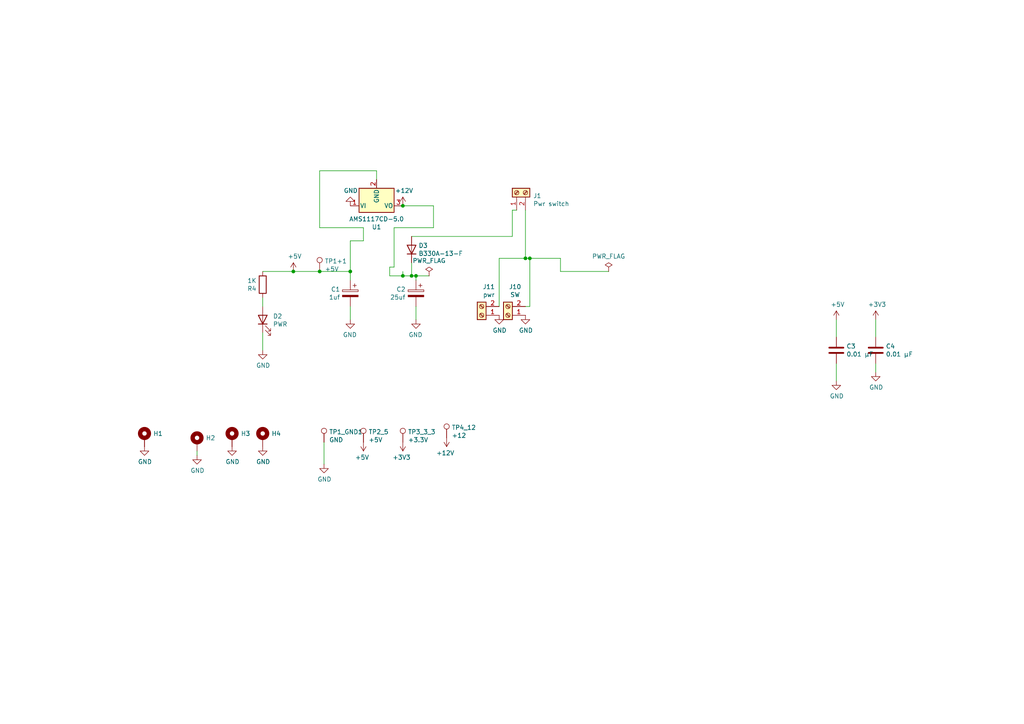
<source format=kicad_sch>
(kicad_sch (version 20230121) (generator eeschema)
  (paper "A4")
  (lib_symbols
    (symbol "CameraTriggerSensorNodeOnly-rescue:+3.3V-power" (power) (pin_names (offset 0))
      (property "Value" "+3.3V-power" (at 0 3.556 0))
      (symbol "+3.3V-power_0_1"
        (polyline (pts (xy -0.762 1.27) (xy 0 2.54)))
        (polyline (pts (xy 0 0) (xy 0 2.54)))
        (polyline (pts (xy 0 2.54) (xy 0.762 1.27)))
      )
      (symbol "+3.3V-power_1_1"
        (pin power_in line (at 0 0 90) (length 0) hide (name "+3V3") (number "1"))
      )
    )
    (symbol "CameraTriggerSensorNodeOnly-rescue:CP-Device" (pin_numbers hide) (pin_names (offset 0.254))
      (property "Reference" "C" (at 0.635 2.54 0))
      (property "Value" "Device_CP" (at 0.635 -2.54 0))
      (symbol "CP-Device_0_1"
        (rectangle (start -2.286 0.508) (end 2.286 1.016))
        (polyline (pts (xy -1.778 2.286) (xy -0.762 2.286)))
        (polyline (pts (xy -1.27 2.794) (xy -1.27 1.778)))
        (rectangle (start 2.286 -0.508) (end -2.286 -1.016) (fill (type outline)))
      )
      (symbol "CP-Device_1_1"
        (pin passive line (at 0 3.81 270) (length 2.794) (name "~") (number "1"))
        (pin passive line (at 0 -3.81 90) (length 2.794) (name "~") (number "2"))
      )
    )
    (symbol "Connector:Screw_Terminal_01x02" (pin_names (offset 1.016) hide)
      (property "Reference" "J" (at 0 2.54 0))
      (property "Value" "Screw_Terminal_01x02" (at 0 -5.08 0))
      (symbol "Screw_Terminal_01x02_1_1"
        (rectangle (start -1.27 1.27) (end 1.27 -3.81) (stroke (width 0.254)) (fill (type background)))
        (circle (center 0 -2.54) (radius 0.635) (stroke (width 0.1524)))
        (polyline (pts (xy -0.5334 -2.2098) (xy 0.3302 -3.048)) (stroke (width 0.1524)))
        (polyline (pts (xy -0.5334 0.3302) (xy 0.3302 -0.508)) (stroke (width 0.1524)))
        (polyline (pts (xy -0.3556 -2.032) (xy 0.508 -2.8702)) (stroke (width 0.1524)))
        (polyline (pts (xy -0.3556 0.508) (xy 0.508 -0.3302)) (stroke (width 0.1524)))
        (circle (center 0 0) (radius 0.635) (stroke (width 0.1524)))
        (pin passive line (at -5.08 0 0) (length 3.81) (name "Pin_1") (number "1"))
        (pin passive line (at -5.08 -2.54 0) (length 3.81) (name "Pin_2") (number "2"))
      )
    )
    (symbol "Connector:TestPoint" (pin_numbers hide) (pin_names (offset 0.762) hide)
      (property "Reference" "TP" (at 0 6.858 0))
      (property "Value" "TestPoint" (at 0 5.08 0))
      (symbol "TestPoint_0_1"
        (circle (center 0 3.302) (radius 0.762))
      )
      (symbol "TestPoint_1_1"
        (pin passive line (at 0 0 90) (length 2.54) (name "1") (number "1"))
      )
    )
    (symbol "Device:C" (pin_numbers hide) (pin_names (offset 0.254))
      (property "Reference" "C" (at 0.635 2.54 0))
      (property "Value" "C" (at 0.635 -2.54 0))
      (symbol "C_0_1"
        (polyline (pts (xy -2.032 -0.762) (xy 2.032 -0.762)) (stroke (width 0.508)))
        (polyline (pts (xy -2.032 0.762) (xy 2.032 0.762)) (stroke (width 0.508)))
      )
      (symbol "C_1_1"
        (pin passive line (at 0 3.81 270) (length 2.794) (name "~") (number "1"))
        (pin passive line (at 0 -3.81 90) (length 2.794) (name "~") (number "2"))
      )
    )
    (symbol "Device:D" (pin_numbers hide) (pin_names (offset 1.016) hide)
      (property "Reference" "D" (at 0 2.54 0))
      (property "Value" "D" (at 0 -2.54 0))
      (symbol "D_0_1"
        (polyline (pts (xy -1.27 1.27) (xy -1.27 -1.27)) (stroke (width 0.254)))
        (polyline (pts (xy 1.27 0) (xy -1.27 0)))
        (polyline (pts (xy 1.27 1.27) (xy 1.27 -1.27) (xy -1.27 0) (xy 1.27 1.27)) (stroke (width 0.254)))
      )
      (symbol "D_1_1"
        (pin passive line (at -3.81 0 0) (length 2.54) (name "K") (number "1"))
        (pin passive line (at 3.81 0 180) (length 2.54) (name "A") (number "2"))
      )
    )
    (symbol "Device:LED" (pin_numbers hide) (pin_names (offset 1.016) hide)
      (property "Reference" "D" (at 0 2.54 0))
      (property "Value" "LED" (at 0 -2.54 0))
      (symbol "LED_0_1"
        (polyline (pts (xy -1.27 -1.27) (xy -1.27 1.27)) (stroke (width 0.254)))
        (polyline (pts (xy -1.27 0) (xy 1.27 0)))
        (polyline (pts (xy 1.27 -1.27) (xy 1.27 1.27) (xy -1.27 0) (xy 1.27 -1.27)) (stroke (width 0.254)))
        (polyline (pts (xy -3.048 -0.762) (xy -4.572 -2.286) (xy -3.81 -2.286) (xy -4.572 -2.286) (xy -4.572 -1.524)))
        (polyline (pts (xy -1.778 -0.762) (xy -3.302 -2.286) (xy -2.54 -2.286) (xy -3.302 -2.286) (xy -3.302 -1.524)))
      )
      (symbol "LED_1_1"
        (pin passive line (at -3.81 0 0) (length 2.54) (name "K") (number "1"))
        (pin passive line (at 3.81 0 180) (length 2.54) (name "A") (number "2"))
      )
    )
    (symbol "Device:R" (pin_numbers hide) (pin_names (offset 0))
      (property "Reference" "R" (at 2.032 0 90))
      (property "Value" "R" (at 0 0 90))
      (symbol "R_0_1"
        (rectangle (start -1.016 -2.54) (end 1.016 2.54) (stroke (width 0.254)))
      )
      (symbol "R_1_1"
        (pin passive line (at 0 3.81 270) (length 1.27) (name "~") (number "1"))
        (pin passive line (at 0 -3.81 90) (length 1.27) (name "~") (number "2"))
      )
    )
    (symbol "Mechanical:MountingHole_Pad" (pin_numbers hide) (pin_names (offset 1.016) hide)
      (property "Reference" "H" (at 0 6.35 0))
      (property "Value" "MountingHole_Pad" (at 0 4.445 0))
      (symbol "MountingHole_Pad_0_1"
        (circle (center 0 1.27) (radius 1.27) (stroke (width 1.27)))
      )
      (symbol "MountingHole_Pad_1_1"
        (pin input line (at 0 -2.54 90) (length 2.54) (name "1") (number "1"))
      )
    )
    (symbol "Regulator_Linear:LM7805_TO220" (pin_names (offset 0.254))
      (property "Reference" "U" (at -3.81 3.175 0))
      (property "Value" "LM7805_TO220" (at 0 3.175 0))
      (symbol "LM7805_TO220_0_1"
        (rectangle (start -5.08 1.905) (end 5.08 -5.08) (stroke (width 0.254)) (fill (type background)))
      )
      (symbol "LM7805_TO220_1_1"
        (pin power_in line (at -7.62 0 0) (length 2.54) (name "VI") (number "1"))
        (pin power_in line (at 0 -7.62 90) (length 2.54) (name "GND") (number "2"))
        (pin power_out line (at 7.62 0 180) (length 2.54) (name "VO") (number "3"))
      )
    )
    (symbol "power:+12V" (power) (pin_names (offset 0))
      (property "Value" "+12V" (at 0 3.556 0))
      (symbol "+12V_0_1"
        (polyline (pts (xy -0.762 1.27) (xy 0 2.54)))
        (polyline (pts (xy 0 0) (xy 0 2.54)))
        (polyline (pts (xy 0 2.54) (xy 0.762 1.27)))
      )
      (symbol "+12V_1_1"
        (pin power_in line (at 0 0 90) (length 0) hide (name "+12V") (number "1"))
      )
    )
    (symbol "power:+5V" (power) (pin_names (offset 0))
      (property "Value" "+5V" (at 0 3.556 0))
      (symbol "+5V_0_1"
        (polyline (pts (xy -0.762 1.27) (xy 0 2.54)))
        (polyline (pts (xy 0 0) (xy 0 2.54)))
        (polyline (pts (xy 0 2.54) (xy 0.762 1.27)))
      )
      (symbol "+5V_1_1"
        (pin power_in line (at 0 0 90) (length 0) hide (name "+5V") (number "1"))
      )
    )
    (symbol "power:GND" (power) (pin_names (offset 0))
      (property "Value" "GND" (at 0 -3.81 0))
      (symbol "GND_0_1"
        (polyline (pts (xy 0 0) (xy 0 -1.27) (xy 1.27 -1.27) (xy 0 -2.54) (xy -1.27 -1.27) (xy 0 -1.27)))
      )
      (symbol "GND_1_1"
        (pin power_in line (at 0 0 270) (length 0) hide (name "GND") (number "1"))
      )
    )
    (symbol "power:PWR_FLAG" (power) (pin_numbers hide) (pin_names (offset 0) hide)
      (property "Value" "PWR_FLAG" (at 0 3.81 0))
      (symbol "PWR_FLAG_0_0"
        (pin power_out line (at 0 0 90) (length 0) (name "pwr") (number "1"))
      )
      (symbol "PWR_FLAG_0_1"
        (polyline (pts (xy 0 0) (xy 0 1.27) (xy -1.016 1.905) (xy 0 2.54) (xy 1.016 1.905) (xy 0 1.27)))
      )
    )
  )
  (junction (at 152.4 74.93))
  (junction (at 119.38 80.01))
  (junction (at 116.84 59.69))
  (junction (at 153.67 74.93))
  (junction (at 85.09 78.74))
  (junction (at 101.6 78.74))
  (junction (at 116.84 80.01))
  (junction (at 120.65 80.01))
  (junction (at 92.71 78.74))
  (wire (pts (xy 76.2 86.36) (xy 76.2 88.9)))
  (wire (pts (xy 114.3 66.04) (xy 125.73 66.04)))
  (wire (pts (xy 152.4 60.96) (xy 152.4 74.93)))
  (wire (pts (xy 114.3 66.04) (xy 114.3 77.47)))
  (wire (pts (xy 101.6 69.85) (xy 105.41 69.85)))
  (wire (pts (xy 85.09 78.74) (xy 92.71 78.74)))
  (wire (pts (xy 148.59 68.58) (xy 148.59 60.96)))
  (wire (pts (xy 119.38 68.58) (xy 148.59 68.58)))
  (wire (pts (xy 144.78 88.9) (xy 144.78 74.93)))
  (wire (pts (xy 101.6 78.74) (xy 101.6 69.85)))
  (wire (pts (xy 116.84 80.01) (xy 119.38 80.01)))
  (wire (pts (xy 92.71 49.53) (xy 109.22 49.53)))
  (wire (pts (xy 116.84 59.69) (xy 115.57 59.69)))
  (wire (pts (xy 153.67 74.93) (xy 153.67 88.9)))
  (wire (pts (xy 144.78 74.93) (xy 152.4 74.93)))
  (wire (pts (xy 120.65 80.01) (xy 119.38 80.01)))
  (wire (pts (xy 120.65 80.01) (xy 124.46 80.01)))
  (wire (pts (xy 105.41 69.85) (xy 105.41 66.04)))
  (wire (pts (xy 113.03 80.01) (xy 116.84 80.01)))
  (wire (pts (xy 113.03 77.47) (xy 113.03 80.01)))
  (wire (pts (xy 242.57 97.79) (xy 242.57 92.71)))
  (wire (pts (xy 109.22 49.53) (xy 109.22 52.07)))
  (wire (pts (xy 76.2 78.74) (xy 85.09 78.74)))
  (wire (pts (xy 76.2 96.52) (xy 76.2 101.6)))
  (wire (pts (xy 119.38 76.2) (xy 119.38 80.01)))
  (wire (pts (xy 92.71 66.04) (xy 92.71 49.53)))
  (wire (pts (xy 92.71 78.74) (xy 101.6 78.74)))
  (wire (pts (xy 93.98 134.62) (xy 93.98 128.27)))
  (wire (pts (xy 254 92.71) (xy 254 97.79)))
  (wire (pts (xy 57.15 130.81) (xy 57.15 132.08)))
  (wire (pts (xy 153.67 88.9) (xy 152.4 88.9)))
  (wire (pts (xy 120.65 88.9) (xy 120.65 92.71)))
  (wire (pts (xy 162.56 78.74) (xy 176.53 78.74)))
  (wire (pts (xy 125.73 66.04) (xy 125.73 59.69)))
  (wire (pts (xy 101.6 78.74) (xy 101.6 81.28)))
  (wire (pts (xy 101.6 88.9) (xy 101.6 92.71)))
  (wire (pts (xy 114.3 77.47) (xy 113.03 77.47)))
  (wire (pts (xy 120.65 80.01) (xy 120.65 81.28)))
  (wire (pts (xy 105.41 66.04) (xy 92.71 66.04)))
  (wire (pts (xy 148.59 60.96) (xy 149.86 60.96)))
  (wire (pts (xy 116.84 78.74) (xy 116.84 80.01)))
  (wire (pts (xy 125.73 59.69) (xy 116.84 59.69)))
  (wire (pts (xy 152.4 74.93) (xy 153.67 74.93)))
  (wire (pts (xy 162.56 74.93) (xy 162.56 78.74)))
  (wire (pts (xy 242.57 110.49) (xy 242.57 105.41)))
  (wire (pts (xy 153.67 74.93) (xy 162.56 74.93)))
  (wire (pts (xy 254 105.41) (xy 254 107.95)))
  (symbol (lib_id "power:GND") (at 120.65 92.71 0) (mirror y) (unit 1)
    (property "Reference" "#PWR017" (effects hide))
    (property "Value" "GND" (at 120.523 97.1042 0))
    (instances (project "CameraTriggerSensorNodeOnly" (path "" (reference "#PWR017") (unit 1)) (path "" (reference "#PWR?") (unit 1))))
  )
  (symbol (lib_id "power:GND") (at 101.6 92.71 0) (mirror y) (unit 1)
    (property "Reference" "#PWR014" (effects hide))
    (property "Value" "GND" (at 101.473 97.1042 0))
    (instances (project "CameraTriggerSensorNodeOnly" (path "" (reference "#PWR014") (unit 1)) (path "" (reference "#PWR?") (unit 1))))
  )
  (symbol (lib_id "CameraTriggerSensorNodeOnly-rescue:CP-Device") (at 101.6 85.09 0) (mirror y) (unit 1)
    (property "Reference" "C1" (at 98.679 83.9216 0) (effects (justify left)))
    (property "Value" "1uf" (at 98.679 86.233 0) (effects (justify left)))
    (property "Footprint" "Capacitor_SMD:CP_Elec_4x5.4" (effects hide))
    (property "LCSC" "C87863 " (effects hide))
    (instances (project "CameraTriggerSensorNodeOnly" (path "" (reference "C1") (unit 1)) (path "" (reference "C?") (unit 1))))
  )
  (symbol (lib_id "CameraTriggerSensorNodeOnly-rescue:CP-Device") (at 120.65 85.09 0) (mirror y) (unit 1)
    (property "Reference" "C2" (at 117.6528 83.9216 0) (effects (justify left)))
    (property "Value" "25uf" (at 117.6528 86.233 0) (effects (justify left)))
    (property "Footprint" "Capacitor_SMD:C_Elec_4x5.4" (effects hide))
    (property "LCSC" " C2895283 " (effects hide))
    (instances (project "CameraTriggerSensorNodeOnly" (path "" (reference "C2") (unit 1)) (path "" (reference "C?") (unit 1))))
  )
  (symbol (lib_id "power:GND") (at 101.6 59.69 0) (mirror x) (unit 1)
    (property "Reference" "#PWR016" (effects hide))
    (property "Value" "GND" (at 101.727 55.2958 0))
    (instances (project "CameraTriggerSensorNodeOnly" (path "" (reference "#PWR016") (unit 1)) (path "" (reference "#PWR?") (unit 1))))
  )
  (symbol (lib_id "Device:D") (at 119.38 72.39 90) (unit 1)
    (property "Reference" "D3" (at 121.3866 71.2216 90) (effects (justify right)))
    (property "Value" "B330A-13-F" (at 121.3866 73.533 90) (effects (justify right)))
    (property "Footprint" "Diode_SMD:D_SMA" (effects hide))
    (property "Datasheet" "https://www.mouser.com/ProductDetail/583-SR560-T" (effects hide))
    (property "LCSC" "C110485" (effects hide))
    (instances (project "CameraTriggerSensorNodeOnly" (path "" (reference "D3") (unit 1)) (path "" (reference "D?") (unit 1))))
  )
  (symbol (lib_id "Device:LED") (at 76.2 92.71 90) (unit 1)
    (property "Reference" "D2" (at 79.1718 91.7194 90) (effects (justify right)))
    (property "Value" "PWR" (at 79.1718 94.0308 90) (effects (justify right)))
    (property "Footprint" "LED_SMD:LED_0603_1608Metric" (effects hide))
    (property "LCSC" "C2286" (effects hide))
    (property "Alt" " C389517 " (effects hide))
    (property "ALT" " C146215 " (effects hide))
    (instances (project "CameraTriggerSensorNodeOnly" (path "" (reference "D2") (unit 1)) (path "" (reference "D?") (unit 1))))
  )
  (symbol (lib_id "power:GND") (at 76.2 101.6 0) (unit 1)
    (property "Reference" "#PWR010" (effects hide))
    (property "Value" "GND" (at 76.327 105.9942 0))
    (instances (project "CameraTriggerSensorNodeOnly" (path "" (reference "#PWR010") (unit 1)) (path "" (reference "#PWR?") (unit 1))))
  )
  (symbol (lib_id "power:+5V") (at 85.09 78.74 0) (unit 1)
    (property "Reference" "#PWR012" (effects hide))
    (property "Value" "+5V" (at 85.471 74.3458 0))
    (instances (project "CameraTriggerSensorNodeOnly" (path "" (reference "#PWR012") (unit 1)) (path "" (reference "#PWR?") (unit 1))))
  )
  (symbol (lib_id "Regulator_Linear:LM7805_TO220") (at 109.22 59.69 0) (mirror x) (unit 1)
    (property "Reference" "U1" (at 109.22 65.8368 0))
    (property "Value" "AMS1117CD-5.0" (at 109.22 63.5254 0))
    (property "Footprint" "Package_TO_SOT_SMD:SOT-223" (effects hide))
    (property "Datasheet" "http://www.fairchildsemi.com/ds/LM/LM7805.pdf" (effects hide))
    (property "LCSC" "C6187" (effects hide))
    (instances (project "CameraTriggerSensorNodeOnly" (path "" (reference "U1") (unit 1)) (path "" (reference "U?") (unit 1))))
  )
  (symbol (lib_id "Connector:TestPoint") (at 92.71 78.74 0) (unit 1)
    (property "Reference" "TP1+1" (at 94.1832 75.7428 0) (effects (justify left)))
    (property "Value" "+5V" (at 94.1832 78.0542 0) (effects (justify left)))
    (property "Footprint" "TestPoint:TestPoint_Keystone_5010-5014_Multipurpose" (effects hide))
    (instances (project "CameraTriggerSensorNodeOnly" (path "" (reference "TP1+1") (unit 1)) (path "" (reference "TP1+?") (unit 1))))
  )
  (symbol (lib_id "power:PWR_FLAG") (at 176.53 78.74 0) (unit 1)
    (property "Reference" "#FLG03" (effects hide))
    (property "Value" "PWR_FLAG" (at 176.53 74.3458 0))
    (instances (project "CameraTriggerSensorNodeOnly" (path "" (reference "#FLG03") (unit 1)) (path "" (reference "#FLG?") (unit 1))))
  )
  (symbol (lib_id "power:PWR_FLAG") (at 124.46 80.01 0) (unit 1)
    (property "Reference" "#FLG02" (effects hide))
    (property "Value" "PWR_FLAG" (at 124.46 75.6158 0))
    (instances (project "CameraTriggerSensorNodeOnly" (path "" (reference "#FLG02") (unit 1)) (path "" (reference "#FLG?") (unit 1))))
  )
  (symbol (lib_id "Device:R") (at 76.2 82.55 180) (unit 1)
    (property "Reference" "R4" (at 74.422 83.7184 0) (effects (justify left)))
    (property "Value" "1K" (at 74.422 81.407 0) (effects (justify left)))
    (property "Footprint" "Resistor_SMD:R_0603_1608Metric" (effects hide))
    (property "LCSC" "C21190" (effects hide))
    (instances (project "CameraTriggerSensorNodeOnly" (path "" (reference "R4") (unit 1)) (path "" (reference "R?") (unit 1))))
  )
  (symbol (lib_id "Device:C") (at 242.57 101.6 0) (unit 1)
    (property "Reference" "C3" (at 245.491 100.4316 0) (effects (justify left)))
    (property "Value" "0.01 μF" (at 245.491 102.743 0) (effects (justify left)))
    (property "Footprint" "Capacitor_SMD:C_0402_1005Metric" (effects hide))
    (property "LCSC" "C1525" (effects hide))
    (instances (project "CameraTriggerSensorNodeOnly" (path "" (reference "C3") (unit 1)) (path "" (reference "C?") (unit 1))))
  )
  (symbol (lib_id "power:GND") (at 254 107.95 0) (unit 1)
    (property "Reference" "#PWR022" (effects hide))
    (property "Value" "GND" (at 254.127 112.3442 0))
    (instances (project "CameraTriggerSensorNodeOnly" (path "" (reference "#PWR022") (unit 1)) (path "" (reference "#PWR?") (unit 1))))
  )
  (symbol (lib_id "power:GND") (at 242.57 110.49 0) (unit 1)
    (property "Reference" "#PWR020" (effects hide))
    (property "Value" "GND" (at 242.697 114.8842 0))
    (instances (project "CameraTriggerSensorNodeOnly" (path "" (reference "#PWR020") (unit 1)) (path "" (reference "#PWR?") (unit 1))))
  )
  (symbol (lib_id "CameraTriggerSensorNodeOnly-rescue:+3.3V-power") (at 254 92.71 0) (unit 1)
    (property "Reference" "#PWR021" (effects hide))
    (property "Value" "+3.3V" (at 254.381 88.3158 0))
    (instances (project "CameraTriggerSensorNodeOnly" (path "" (reference "#PWR021") (unit 1)) (path "" (reference "#PWR?") (unit 1))))
  )
  (symbol (lib_id "power:+5V") (at 242.57 92.71 0) (unit 1)
    (property "Reference" "#PWR019" (effects hide))
    (property "Value" "+5V" (at 242.951 88.3158 0))
    (instances (project "CameraTriggerSensorNodeOnly" (path "" (reference "#PWR019") (unit 1)) (path "" (reference "#PWR?") (unit 1))))
  )
  (symbol (lib_id "Device:C") (at 254 101.6 0) (unit 1)
    (property "Reference" "C4" (at 256.921 100.4316 0) (effects (justify left)))
    (property "Value" "0.01 μF" (at 256.921 102.743 0) (effects (justify left)))
    (property "Footprint" "Capacitor_SMD:C_0402_1005Metric" (effects hide))
    (property "LCSC" "C1525" (effects hide))
    (instances (project "CameraTriggerSensorNodeOnly" (path "" (reference "C4") (unit 1)) (path "" (reference "C?") (unit 1))))
  )
  (symbol (lib_id "power:GND") (at 67.31 129.54 0) (unit 1)
    (property "Reference" "#PWR09" (effects hide))
    (property "Value" "GND" (at 67.437 133.9342 0))
  )
  (symbol (lib_id "power:GND") (at 76.2 129.54 0) (unit 1)
    (property "Reference" "#PWR011" (effects hide))
    (property "Value" "GND" (at 76.327 133.9342 0))
  )
  (symbol (lib_id "power:GND") (at 57.15 132.08 0) (unit 1)
    (property "Reference" "#PWR08" (effects hide))
    (property "Value" "GND" (at 57.277 136.4742 0))
  )
  (symbol (lib_id "Mechanical:MountingHole_Pad") (at 57.15 128.27 0) (unit 1)
    (property "Reference" "H2" (at 59.69 127.0254 0) (effects (justify left)))
    (property "Value" " " (at 59.69 129.3368 0) (effects (justify left)))
    (property "Footprint" "MountingHole:MountingHole_3.7mm_Pad" (effects hide))
  )
  (symbol (lib_id "Mechanical:MountingHole_Pad") (at 67.31 127 0) (unit 1)
    (property "Reference" "H3" (at 69.85 125.7554 0) (effects (justify left)))
    (property "Value" " " (at 69.85 128.0668 0) (effects (justify left)))
    (property "Footprint" "MountingHole:MountingHole_3.7mm_Pad" (effects hide))
  )
  (symbol (lib_id "Mechanical:MountingHole_Pad") (at 76.2 127 0) (unit 1)
    (property "Reference" "H4" (at 78.74 125.7554 0) (effects (justify left)))
    (property "Value" " " (at 78.74 128.0668 0) (effects (justify left)))
    (property "Footprint" "MountingHole:MountingHole_3.7mm_Pad" (effects hide))
  )
  (symbol (lib_id "Connector:TestPoint") (at 105.41 128.27 0) (unit 1)
    (property "Reference" "TP2_5" (at 106.8832 125.2728 0) (effects (justify left)))
    (property "Value" "+5V" (at 106.8832 127.5842 0) (effects (justify left)))
    (property "Footprint" "TestPoint:TestPoint_Keystone_5010-5014_Multipurpose" (effects hide))
  )
  (symbol (lib_id "Connector:TestPoint") (at 93.98 128.27 0) (unit 1)
    (property "Reference" "TP1_GND1" (at 95.4532 125.2728 0) (effects (justify left)))
    (property "Value" "GND" (at 95.4532 127.5842 0) (effects (justify left)))
    (property "Footprint" "TestPoint:TestPoint_Keystone_5010-5014_Multipurpose" (effects hide))
  )
  (symbol (lib_id "power:GND") (at 93.98 134.62 0) (unit 1)
    (property "Reference" "#PWR013" (effects hide))
    (property "Value" "GND" (at 94.107 139.0142 0))
  )
  (symbol (lib_id "Mechanical:MountingHole_Pad") (at 41.91 127 0) (unit 1)
    (property "Reference" "H1" (at 44.45 125.7554 0) (effects (justify left)))
    (property "Value" " " (at 44.45 128.0668 0) (effects (justify left)))
    (property "Footprint" "MountingHole:MountingHole_3.7mm_Pad" (effects hide))
  )
  (symbol (lib_id "power:GND") (at 41.91 129.54 0) (unit 1)
    (property "Reference" "#PWR07" (effects hide))
    (property "Value" "GND" (at 42.037 133.9342 0))
  )
  (symbol (lib_id "Connector:Screw_Terminal_01x02") (at 147.32 91.44 180) (unit 1)
    (property "Reference" "J10" (at 149.4028 83.185 0))
    (property "Value" "SW" (at 149.4028 85.4964 0))
    (property "Footprint" "Connector_AMASS:AMASS_XT30U-F_1x02_P5.0mm_Vertical" (effects hide))
  )
  (symbol (lib_id "power:GND") (at 152.4 91.44 0) (unit 1)
    (property "Reference" "#PWR044" (effects hide))
    (property "Value" "GND" (at 152.527 95.8342 0))
  )
  (symbol (lib_id "Connector:Screw_Terminal_01x02") (at 149.86 55.88 90) (unit 1)
    (property "Reference" "J1" (at 154.6352 56.7944 90) (effects (justify right)))
    (property "Value" "Pwr switch" (at 154.6352 59.1058 90) (effects (justify right)))
    (property "Footprint" "CameraTriggerPCB:CUI_TB007-508-02BE" (effects hide))
    (property "Description" "TB007-508-02BE " (effects hide))
  )
  (symbol (lib_id "power:+5V") (at 105.41 128.27 180) (unit 1)
    (property "Reference" "#PWR015" (effects hide))
    (property "Value" "+5V" (at 105.029 132.6642 0))
  )
  (symbol (lib_id "Connector:TestPoint") (at 116.84 128.27 0) (unit 1)
    (property "Reference" "TP3_3_3" (at 118.3132 125.2728 0) (effects (justify left)))
    (property "Value" "+3.3V" (at 118.3132 127.5842 0) (effects (justify left)))
    (property "Footprint" "TestPoint:TestPoint_Keystone_5010-5014_Multipurpose" (effects hide))
  )
  (symbol (lib_id "CameraTriggerSensorNodeOnly-rescue:+3.3V-power") (at 116.84 128.27 180) (unit 1)
    (property "Reference" "#PWR041" (effects hide))
    (property "Value" "+3.3V" (at 116.459 132.6642 0))
  )
  (symbol (lib_id "Connector:TestPoint") (at 129.54 127 0) (unit 1)
    (property "Reference" "TP4_12" (at 131.0132 124.0028 0) (effects (justify left)))
    (property "Value" "+12" (at 131.0132 126.3142 0) (effects (justify left)))
    (property "Footprint" "TestPoint:TestPoint_Keystone_5010-5014_Multipurpose" (effects hide))
  )
  (symbol (lib_id "power:+12V") (at 116.84 59.69 0) (unit 1)
    (property "Reference" "#PWR018" (effects hide))
    (property "Value" "+12V" (at 117.221 55.2958 0))
  )
  (symbol (lib_id "power:+12V") (at 129.54 127 180) (unit 1)
    (property "Reference" "#PWR038" (effects hide))
    (property "Value" "+12V" (at 129.159 131.3942 0))
    (property "Footprint" "TestPoint:TestPoint_Keystone_5000-5004_Miniature" (effects hide))
  )
  (symbol (lib_id "Connector:Screw_Terminal_01x02") (at 139.7 91.44 180) (unit 1)
    (property "Reference" "J11" (at 141.7828 83.185 0))
    (property "Value" "pwr" (at 141.7828 85.4964 0))
    (property "Footprint" "CameraTriggerPCB:CUI_TB007-508-02BE" (effects hide))
  )
  (symbol (lib_id "power:GND") (at 144.78 91.44 0) (unit 1)
    (property "Reference" "#PWR042" (effects hide))
    (property "Value" "GND" (at 144.907 95.8342 0))
  )
)
</source>
